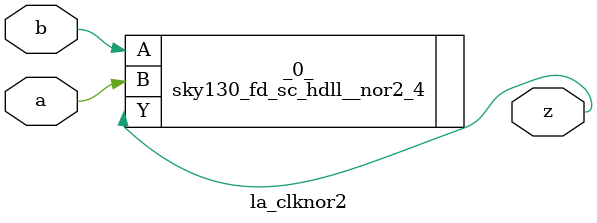
<source format=v>

/* Generated by Yosys 0.44 (git sha1 80ba43d26, g++ 11.4.0-1ubuntu1~22.04 -fPIC -O3) */

(* top =  1  *)
(* src = "generated" *)
module la_clknor2 (
    a,
    b,
    z
);
  (* src = "generated" *)
  input a;
  wire a;
  (* src = "generated" *)
  input b;
  wire b;
  (* src = "generated" *)
  output z;
  wire z;
  sky130_fd_sc_hdll__nor2_4 _0_ (
      .A(b),
      .B(a),
      .Y(z)
  );
endmodule

</source>
